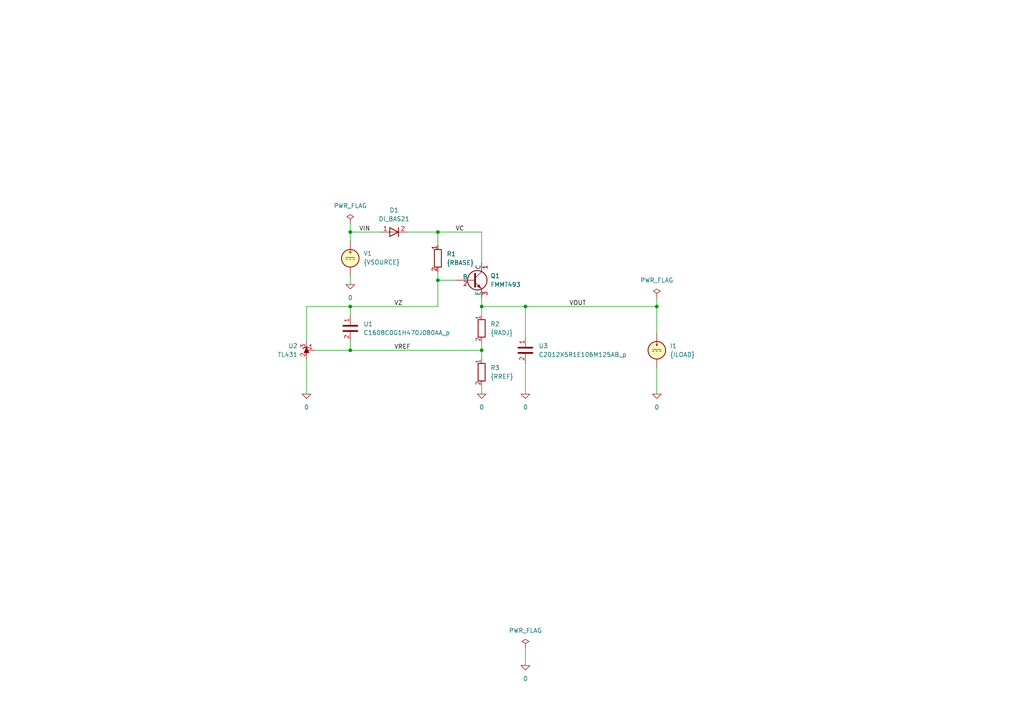
<source format=kicad_sch>
(kicad_sch
	(version 20231120)
	(generator "eeschema")
	(generator_version "8.0")
	(uuid "164e4445-7f04-4e93-b3ae-f664108bfb23")
	(paper "A4")
	(title_block
		(title "Series regulator for automotive applications")
		(date "2024-12-20")
		(rev "2")
		(company "astroelectronic@")
		(comment 1 "-")
		(comment 2 "-")
		(comment 3 "-")
		(comment 4 "AE01020431")
	)
	(lib_symbols
		(symbol "TL431:0"
			(power)
			(pin_names
				(offset 0)
			)
			(exclude_from_sim no)
			(in_bom yes)
			(on_board yes)
			(property "Reference" "#GND"
				(at 0 -2.54 0)
				(effects
					(font
						(size 1.27 1.27)
					)
					(hide yes)
				)
			)
			(property "Value" "0"
				(at 0 -1.778 0)
				(effects
					(font
						(size 1.27 1.27)
					)
				)
			)
			(property "Footprint" ""
				(at 0 0 0)
				(effects
					(font
						(size 1.27 1.27)
					)
					(hide yes)
				)
			)
			(property "Datasheet" "~"
				(at 0 0 0)
				(effects
					(font
						(size 1.27 1.27)
					)
					(hide yes)
				)
			)
			(property "Description" "0V reference potential for simulation"
				(at 0 0 0)
				(effects
					(font
						(size 1.27 1.27)
					)
					(hide yes)
				)
			)
			(property "ki_keywords" "simulation"
				(at 0 0 0)
				(effects
					(font
						(size 1.27 1.27)
					)
					(hide yes)
				)
			)
			(symbol "0_0_1"
				(polyline
					(pts
						(xy -1.27 0) (xy 0 -1.27) (xy 1.27 0) (xy -1.27 0)
					)
					(stroke
						(width 0)
						(type default)
					)
					(fill
						(type none)
					)
				)
			)
			(symbol "0_1_1"
				(pin power_in line
					(at 0 0 0)
					(length 0) hide
					(name "0"
						(effects
							(font
								(size 1.016 1.016)
							)
						)
					)
					(number "1"
						(effects
							(font
								(size 1.016 1.016)
							)
						)
					)
				)
			)
		)
		(symbol "TL431:C"
			(pin_names
				(offset 0.254) hide)
			(exclude_from_sim no)
			(in_bom yes)
			(on_board yes)
			(property "Reference" "C"
				(at 0.635 2.54 0)
				(effects
					(font
						(size 1.27 1.27)
					)
					(justify left)
				)
			)
			(property "Value" "C"
				(at 0.635 -2.54 0)
				(effects
					(font
						(size 1.27 1.27)
					)
					(justify left)
				)
			)
			(property "Footprint" ""
				(at 0.9652 -3.81 0)
				(effects
					(font
						(size 1.27 1.27)
					)
					(hide yes)
				)
			)
			(property "Datasheet" "~"
				(at 0 0 0)
				(effects
					(font
						(size 1.27 1.27)
					)
					(hide yes)
				)
			)
			(property "Description" "Unpolarized capacitor"
				(at 0 0 0)
				(effects
					(font
						(size 1.27 1.27)
					)
					(hide yes)
				)
			)
			(property "ki_keywords" "cap capacitor"
				(at 0 0 0)
				(effects
					(font
						(size 1.27 1.27)
					)
					(hide yes)
				)
			)
			(property "ki_fp_filters" "C_*"
				(at 0 0 0)
				(effects
					(font
						(size 1.27 1.27)
					)
					(hide yes)
				)
			)
			(symbol "C_0_1"
				(polyline
					(pts
						(xy -2.032 -0.762) (xy 2.032 -0.762)
					)
					(stroke
						(width 0.508)
						(type default)
					)
					(fill
						(type none)
					)
				)
				(polyline
					(pts
						(xy -2.032 0.762) (xy 2.032 0.762)
					)
					(stroke
						(width 0.508)
						(type default)
					)
					(fill
						(type none)
					)
				)
			)
			(symbol "C_1_1"
				(pin passive line
					(at 0 3.81 270)
					(length 2.794)
					(name "~"
						(effects
							(font
								(size 1.27 1.27)
							)
						)
					)
					(number "1"
						(effects
							(font
								(size 1.27 1.27)
							)
						)
					)
				)
				(pin passive line
					(at 0 -3.81 90)
					(length 2.794)
					(name "~"
						(effects
							(font
								(size 1.27 1.27)
							)
						)
					)
					(number "2"
						(effects
							(font
								(size 1.27 1.27)
							)
						)
					)
				)
			)
		)
		(symbol "TL431:DIODE"
			(pin_names
				(offset 1.016) hide)
			(exclude_from_sim no)
			(in_bom yes)
			(on_board yes)
			(property "Reference" "D"
				(at 0 2.54 0)
				(effects
					(font
						(size 1.27 1.27)
					)
				)
			)
			(property "Value" "${SIM.PARAMS}"
				(at 0 -2.54 0)
				(effects
					(font
						(size 1.27 1.27)
					)
				)
			)
			(property "Footprint" ""
				(at 0 0 0)
				(effects
					(font
						(size 1.27 1.27)
					)
					(hide yes)
				)
			)
			(property "Datasheet" "~"
				(at 0 0 0)
				(effects
					(font
						(size 1.27 1.27)
					)
					(hide yes)
				)
			)
			(property "Description" "Diode, anode on pin 1, for simulation only!"
				(at 0 0 0)
				(effects
					(font
						(size 1.27 1.27)
					)
					(hide yes)
				)
			)
			(property "Sim.Pins" "1=1 2=2"
				(at 0 0 0)
				(effects
					(font
						(size 1.27 1.27)
					)
					(hide yes)
				)
			)
			(property "Sim.Device" "SPICE"
				(at 0 0 0)
				(effects
					(font
						(size 1.27 1.27)
					)
					(justify left)
					(hide yes)
				)
			)
			(property "Sim.Params" "type=\"D\" model=\"DIODE\" lib=\"\""
				(at 0 0 0)
				(effects
					(font
						(size 1.27 1.27)
					)
					(hide yes)
				)
			)
			(property "Spice_Netlist_Enabled" "Y"
				(at 0 0 0)
				(effects
					(font
						(size 1.27 1.27)
					)
					(justify left)
					(hide yes)
				)
			)
			(property "ki_keywords" "simulation"
				(at 0 0 0)
				(effects
					(font
						(size 1.27 1.27)
					)
					(hide yes)
				)
			)
			(symbol "DIODE_0_1"
				(polyline
					(pts
						(xy 1.27 0) (xy -1.27 0)
					)
					(stroke
						(width 0)
						(type default)
					)
					(fill
						(type none)
					)
				)
				(polyline
					(pts
						(xy 1.27 1.27) (xy 1.27 -1.27)
					)
					(stroke
						(width 0.254)
						(type default)
					)
					(fill
						(type none)
					)
				)
				(polyline
					(pts
						(xy -1.27 -1.27) (xy -1.27 1.27) (xy 1.27 0) (xy -1.27 -1.27)
					)
					(stroke
						(width 0.254)
						(type default)
					)
					(fill
						(type none)
					)
				)
			)
			(symbol "DIODE_1_1"
				(pin passive line
					(at -3.81 0 0)
					(length 2.54)
					(name "A"
						(effects
							(font
								(size 1.27 1.27)
							)
						)
					)
					(number "1"
						(effects
							(font
								(size 1.27 1.27)
							)
						)
					)
				)
				(pin passive line
					(at 3.81 0 180)
					(length 2.54)
					(name "K"
						(effects
							(font
								(size 1.27 1.27)
							)
						)
					)
					(number "2"
						(effects
							(font
								(size 1.27 1.27)
							)
						)
					)
				)
			)
		)
		(symbol "TL431:IDC"
			(pin_numbers hide)
			(pin_names
				(offset 0.0254)
			)
			(exclude_from_sim no)
			(in_bom yes)
			(on_board yes)
			(property "Reference" "I"
				(at 2.54 2.54 0)
				(effects
					(font
						(size 1.27 1.27)
					)
					(justify left)
				)
			)
			(property "Value" "1"
				(at 2.54 0 0)
				(effects
					(font
						(size 1.27 1.27)
					)
					(justify left)
				)
			)
			(property "Footprint" ""
				(at 0 0 0)
				(effects
					(font
						(size 1.27 1.27)
					)
					(hide yes)
				)
			)
			(property "Datasheet" "~"
				(at 0 0 0)
				(effects
					(font
						(size 1.27 1.27)
					)
					(hide yes)
				)
			)
			(property "Description" "Current source, DC"
				(at 0 0 0)
				(effects
					(font
						(size 1.27 1.27)
					)
					(hide yes)
				)
			)
			(property "Sim.Pins" "1=+ 2=-"
				(at 0 0 0)
				(effects
					(font
						(size 1.27 1.27)
					)
					(hide yes)
				)
			)
			(property "Sim.Type" "DC"
				(at 0 0 0)
				(effects
					(font
						(size 1.27 1.27)
					)
					(hide yes)
				)
			)
			(property "Sim.Device" "I"
				(at 0 0 0)
				(effects
					(font
						(size 1.27 1.27)
					)
					(justify left)
					(hide yes)
				)
			)
			(property "Spice_Netlist_Enabled" "Y"
				(at 0 0 0)
				(effects
					(font
						(size 1.27 1.27)
					)
					(justify left)
					(hide yes)
				)
			)
			(property "ki_keywords" "simulation"
				(at 0 0 0)
				(effects
					(font
						(size 1.27 1.27)
					)
					(hide yes)
				)
			)
			(symbol "IDC_0_0"
				(polyline
					(pts
						(xy -1.27 0.254) (xy 1.27 0.254)
					)
					(stroke
						(width 0)
						(type default)
					)
					(fill
						(type none)
					)
				)
				(polyline
					(pts
						(xy -0.762 -0.254) (xy -1.27 -0.254)
					)
					(stroke
						(width 0)
						(type default)
					)
					(fill
						(type none)
					)
				)
				(polyline
					(pts
						(xy 0.254 -0.254) (xy -0.254 -0.254)
					)
					(stroke
						(width 0)
						(type default)
					)
					(fill
						(type none)
					)
				)
				(polyline
					(pts
						(xy 1.27 -0.254) (xy 0.762 -0.254)
					)
					(stroke
						(width 0)
						(type default)
					)
					(fill
						(type none)
					)
				)
			)
			(symbol "IDC_0_1"
				(polyline
					(pts
						(xy 0 1.27) (xy 0 2.286)
					)
					(stroke
						(width 0)
						(type default)
					)
					(fill
						(type none)
					)
				)
				(polyline
					(pts
						(xy -0.254 1.778) (xy 0 1.27) (xy 0.254 1.778)
					)
					(stroke
						(width 0)
						(type default)
					)
					(fill
						(type none)
					)
				)
				(circle
					(center 0 0)
					(radius 2.54)
					(stroke
						(width 0.254)
						(type default)
					)
					(fill
						(type background)
					)
				)
			)
			(symbol "IDC_1_1"
				(pin passive line
					(at 0 5.08 270)
					(length 2.54)
					(name "~"
						(effects
							(font
								(size 1.27 1.27)
							)
						)
					)
					(number "1"
						(effects
							(font
								(size 1.27 1.27)
							)
						)
					)
				)
				(pin passive line
					(at 0 -5.08 90)
					(length 2.54)
					(name "~"
						(effects
							(font
								(size 1.27 1.27)
							)
						)
					)
					(number "2"
						(effects
							(font
								(size 1.27 1.27)
							)
						)
					)
				)
			)
		)
		(symbol "TL431:PWR_FLAG"
			(power)
			(pin_numbers hide)
			(pin_names
				(offset 0) hide)
			(exclude_from_sim no)
			(in_bom yes)
			(on_board yes)
			(property "Reference" "#FLG"
				(at 0 1.905 0)
				(effects
					(font
						(size 1.27 1.27)
					)
					(hide yes)
				)
			)
			(property "Value" "PWR_FLAG"
				(at 0 3.81 0)
				(effects
					(font
						(size 1.27 1.27)
					)
				)
			)
			(property "Footprint" ""
				(at 0 0 0)
				(effects
					(font
						(size 1.27 1.27)
					)
					(hide yes)
				)
			)
			(property "Datasheet" "~"
				(at 0 0 0)
				(effects
					(font
						(size 1.27 1.27)
					)
					(hide yes)
				)
			)
			(property "Description" "Special symbol for telling ERC where power comes from"
				(at 0 0 0)
				(effects
					(font
						(size 1.27 1.27)
					)
					(hide yes)
				)
			)
			(property "ki_keywords" "flag power"
				(at 0 0 0)
				(effects
					(font
						(size 1.27 1.27)
					)
					(hide yes)
				)
			)
			(symbol "PWR_FLAG_0_0"
				(pin power_out line
					(at 0 0 90)
					(length 0)
					(name "pwr"
						(effects
							(font
								(size 1.27 1.27)
							)
						)
					)
					(number "1"
						(effects
							(font
								(size 1.27 1.27)
							)
						)
					)
				)
			)
			(symbol "PWR_FLAG_0_1"
				(polyline
					(pts
						(xy 0 0) (xy 0 1.27) (xy -1.016 1.905) (xy 0 2.54) (xy 1.016 1.905) (xy 0 1.27)
					)
					(stroke
						(width 0)
						(type default)
					)
					(fill
						(type none)
					)
				)
			)
		)
		(symbol "TL431:Q_NPN_CBE"
			(pin_names
				(offset 0)
			)
			(exclude_from_sim no)
			(in_bom yes)
			(on_board yes)
			(property "Reference" "Q"
				(at 5.08 1.27 0)
				(effects
					(font
						(size 1.27 1.27)
					)
					(justify left)
				)
			)
			(property "Value" "Q_NPN_CBE"
				(at 5.08 -1.27 0)
				(effects
					(font
						(size 1.27 1.27)
					)
					(justify left)
				)
			)
			(property "Footprint" ""
				(at 5.08 2.54 0)
				(effects
					(font
						(size 1.27 1.27)
					)
					(hide yes)
				)
			)
			(property "Datasheet" "~"
				(at 0 0 0)
				(effects
					(font
						(size 1.27 1.27)
					)
					(hide yes)
				)
			)
			(property "Description" "NPN transistor, collector/base/emitter"
				(at 0 0 0)
				(effects
					(font
						(size 1.27 1.27)
					)
					(hide yes)
				)
			)
			(property "ki_keywords" "transistor NPN"
				(at 0 0 0)
				(effects
					(font
						(size 1.27 1.27)
					)
					(hide yes)
				)
			)
			(symbol "Q_NPN_CBE_0_1"
				(polyline
					(pts
						(xy 0.635 0.635) (xy 2.54 2.54)
					)
					(stroke
						(width 0)
						(type default)
					)
					(fill
						(type none)
					)
				)
				(polyline
					(pts
						(xy 0.635 -0.635) (xy 2.54 -2.54) (xy 2.54 -2.54)
					)
					(stroke
						(width 0)
						(type default)
					)
					(fill
						(type none)
					)
				)
				(polyline
					(pts
						(xy 0.635 1.905) (xy 0.635 -1.905) (xy 0.635 -1.905)
					)
					(stroke
						(width 0.508)
						(type default)
					)
					(fill
						(type none)
					)
				)
				(polyline
					(pts
						(xy 1.27 -1.778) (xy 1.778 -1.27) (xy 2.286 -2.286) (xy 1.27 -1.778) (xy 1.27 -1.778)
					)
					(stroke
						(width 0)
						(type default)
					)
					(fill
						(type outline)
					)
				)
				(circle
					(center 1.27 0)
					(radius 2.8194)
					(stroke
						(width 0.254)
						(type default)
					)
					(fill
						(type none)
					)
				)
			)
			(symbol "Q_NPN_CBE_1_1"
				(pin passive line
					(at 2.54 5.08 270)
					(length 2.54)
					(name "C"
						(effects
							(font
								(size 1.27 1.27)
							)
						)
					)
					(number "1"
						(effects
							(font
								(size 1.27 1.27)
							)
						)
					)
				)
				(pin input line
					(at -5.08 0 0)
					(length 5.715)
					(name "B"
						(effects
							(font
								(size 1.27 1.27)
							)
						)
					)
					(number "2"
						(effects
							(font
								(size 1.27 1.27)
							)
						)
					)
				)
				(pin passive line
					(at 2.54 -5.08 90)
					(length 2.54)
					(name "E"
						(effects
							(font
								(size 1.27 1.27)
							)
						)
					)
					(number "3"
						(effects
							(font
								(size 1.27 1.27)
							)
						)
					)
				)
			)
		)
		(symbol "TL431:R"
			(pin_names
				(offset 0) hide)
			(exclude_from_sim no)
			(in_bom yes)
			(on_board yes)
			(property "Reference" "R"
				(at 2.032 0 90)
				(effects
					(font
						(size 1.27 1.27)
					)
				)
			)
			(property "Value" "R"
				(at 0 0 90)
				(effects
					(font
						(size 1.27 1.27)
					)
				)
			)
			(property "Footprint" ""
				(at -1.778 0 90)
				(effects
					(font
						(size 1.27 1.27)
					)
					(hide yes)
				)
			)
			(property "Datasheet" "~"
				(at 0 0 0)
				(effects
					(font
						(size 1.27 1.27)
					)
					(hide yes)
				)
			)
			(property "Description" "Resistor"
				(at 0 0 0)
				(effects
					(font
						(size 1.27 1.27)
					)
					(hide yes)
				)
			)
			(property "ki_keywords" "R res resistor"
				(at 0 0 0)
				(effects
					(font
						(size 1.27 1.27)
					)
					(hide yes)
				)
			)
			(property "ki_fp_filters" "R_*"
				(at 0 0 0)
				(effects
					(font
						(size 1.27 1.27)
					)
					(hide yes)
				)
			)
			(symbol "R_0_1"
				(rectangle
					(start -1.016 -2.54)
					(end 1.016 2.54)
					(stroke
						(width 0.254)
						(type default)
					)
					(fill
						(type none)
					)
				)
			)
			(symbol "R_1_1"
				(pin passive line
					(at 0 3.81 270)
					(length 1.27)
					(name "~"
						(effects
							(font
								(size 1.27 1.27)
							)
						)
					)
					(number "1"
						(effects
							(font
								(size 1.27 1.27)
							)
						)
					)
				)
				(pin passive line
					(at 0 -3.81 90)
					(length 1.27)
					(name "~"
						(effects
							(font
								(size 1.27 1.27)
							)
						)
					)
					(number "2"
						(effects
							(font
								(size 1.27 1.27)
							)
						)
					)
				)
			)
		)
		(symbol "TL431:TL431LP"
			(pin_names hide)
			(exclude_from_sim no)
			(in_bom yes)
			(on_board yes)
			(property "Reference" "U"
				(at -2.54 2.54 0)
				(effects
					(font
						(size 1.27 1.27)
					)
				)
			)
			(property "Value" "TL431LP"
				(at 0 -2.54 0)
				(effects
					(font
						(size 1.27 1.27)
					)
				)
			)
			(property "Footprint" "Package_TO_SOT_THT:TO-92_Inline"
				(at 0 -3.81 0)
				(effects
					(font
						(size 1.27 1.27)
						(italic yes)
					)
					(hide yes)
				)
			)
			(property "Datasheet" "http://www.ti.com/lit/ds/symlink/tl431.pdf"
				(at 0 0 0)
				(effects
					(font
						(size 1.27 1.27)
						(italic yes)
					)
					(hide yes)
				)
			)
			(property "Description" "Shunt Regulator, TO-92"
				(at 0 0 0)
				(effects
					(font
						(size 1.27 1.27)
					)
					(hide yes)
				)
			)
			(property "ki_keywords" "diode device regulator shunt"
				(at 0 0 0)
				(effects
					(font
						(size 1.27 1.27)
					)
					(hide yes)
				)
			)
			(property "ki_fp_filters" "TO*92*"
				(at 0 0 0)
				(effects
					(font
						(size 1.27 1.27)
					)
					(hide yes)
				)
			)
			(symbol "TL431LP_0_1"
				(polyline
					(pts
						(xy -1.27 0) (xy 0 0) (xy 1.27 0)
					)
					(stroke
						(width 0)
						(type default)
					)
					(fill
						(type none)
					)
				)
				(polyline
					(pts
						(xy -0.762 0.762) (xy 0.762 0) (xy -0.762 -0.762)
					)
					(stroke
						(width 0)
						(type default)
					)
					(fill
						(type outline)
					)
				)
				(polyline
					(pts
						(xy 0.508 -1.016) (xy 0.762 -0.762) (xy 0.762 0.762) (xy 0.762 0.762)
					)
					(stroke
						(width 0.254)
						(type default)
					)
					(fill
						(type none)
					)
				)
			)
			(symbol "TL431LP_1_1"
				(pin passive line
					(at 0 2.54 270)
					(length 2.54)
					(name "REF"
						(effects
							(font
								(size 1.27 1.27)
							)
						)
					)
					(number "1"
						(effects
							(font
								(size 1.27 1.27)
							)
						)
					)
				)
				(pin passive line
					(at -2.54 0 0)
					(length 2.54)
					(name "A"
						(effects
							(font
								(size 1.27 1.27)
							)
						)
					)
					(number "2"
						(effects
							(font
								(size 1.27 1.27)
							)
						)
					)
				)
				(pin passive line
					(at 2.54 0 180)
					(length 2.54)
					(name "K"
						(effects
							(font
								(size 1.27 1.27)
							)
						)
					)
					(number "3"
						(effects
							(font
								(size 1.27 1.27)
							)
						)
					)
				)
			)
		)
		(symbol "TL431:VDC"
			(pin_numbers hide)
			(pin_names
				(offset 0.0254)
			)
			(exclude_from_sim no)
			(in_bom yes)
			(on_board yes)
			(property "Reference" "V"
				(at 2.54 2.54 0)
				(effects
					(font
						(size 1.27 1.27)
					)
					(justify left)
				)
			)
			(property "Value" "1"
				(at 2.54 0 0)
				(effects
					(font
						(size 1.27 1.27)
					)
					(justify left)
				)
			)
			(property "Footprint" ""
				(at 0 0 0)
				(effects
					(font
						(size 1.27 1.27)
					)
					(hide yes)
				)
			)
			(property "Datasheet" "~"
				(at 0 0 0)
				(effects
					(font
						(size 1.27 1.27)
					)
					(hide yes)
				)
			)
			(property "Description" "Voltage source, DC"
				(at 0 0 0)
				(effects
					(font
						(size 1.27 1.27)
					)
					(hide yes)
				)
			)
			(property "Sim.Pins" "1=+ 2=-"
				(at 0 0 0)
				(effects
					(font
						(size 1.27 1.27)
					)
					(hide yes)
				)
			)
			(property "Sim.Type" "DC"
				(at 0 0 0)
				(effects
					(font
						(size 1.27 1.27)
					)
					(hide yes)
				)
			)
			(property "Sim.Device" "V"
				(at 0 0 0)
				(effects
					(font
						(size 1.27 1.27)
					)
					(justify left)
					(hide yes)
				)
			)
			(property "Spice_Netlist_Enabled" "Y"
				(at 0 0 0)
				(effects
					(font
						(size 1.27 1.27)
					)
					(justify left)
					(hide yes)
				)
			)
			(property "ki_keywords" "simulation"
				(at 0 0 0)
				(effects
					(font
						(size 1.27 1.27)
					)
					(hide yes)
				)
			)
			(symbol "VDC_0_0"
				(polyline
					(pts
						(xy -1.27 0.254) (xy 1.27 0.254)
					)
					(stroke
						(width 0)
						(type default)
					)
					(fill
						(type none)
					)
				)
				(polyline
					(pts
						(xy -0.762 -0.254) (xy -1.27 -0.254)
					)
					(stroke
						(width 0)
						(type default)
					)
					(fill
						(type none)
					)
				)
				(polyline
					(pts
						(xy 0.254 -0.254) (xy -0.254 -0.254)
					)
					(stroke
						(width 0)
						(type default)
					)
					(fill
						(type none)
					)
				)
				(polyline
					(pts
						(xy 1.27 -0.254) (xy 0.762 -0.254)
					)
					(stroke
						(width 0)
						(type default)
					)
					(fill
						(type none)
					)
				)
				(text "+"
					(at 0 1.905 0)
					(effects
						(font
							(size 1.27 1.27)
						)
					)
				)
			)
			(symbol "VDC_0_1"
				(circle
					(center 0 0)
					(radius 2.54)
					(stroke
						(width 0.254)
						(type default)
					)
					(fill
						(type background)
					)
				)
			)
			(symbol "VDC_1_1"
				(pin passive line
					(at 0 5.08 270)
					(length 2.54)
					(name "~"
						(effects
							(font
								(size 1.27 1.27)
							)
						)
					)
					(number "1"
						(effects
							(font
								(size 1.27 1.27)
							)
						)
					)
				)
				(pin passive line
					(at 0 -5.08 90)
					(length 2.54)
					(name "~"
						(effects
							(font
								(size 1.27 1.27)
							)
						)
					)
					(number "2"
						(effects
							(font
								(size 1.27 1.27)
							)
						)
					)
				)
			)
		)
	)
	(junction
		(at 101.6 88.9)
		(diameter 0)
		(color 0 0 0 0)
		(uuid "14bb5468-ac0d-4edf-93ef-ebb04bcb4bb3")
	)
	(junction
		(at 127 81.28)
		(diameter 0)
		(color 0 0 0 0)
		(uuid "2918abd9-50bb-4a92-82aa-11d8e5ee10f8")
	)
	(junction
		(at 101.6 67.31)
		(diameter 0)
		(color 0 0 0 0)
		(uuid "2a51d6fe-fc8b-4c8e-a0ca-39cba3ad1219")
	)
	(junction
		(at 139.7 101.6)
		(diameter 0)
		(color 0 0 0 0)
		(uuid "5d3120ed-fcad-4a9a-b9c8-4e3231933f05")
	)
	(junction
		(at 152.4 88.9)
		(diameter 0)
		(color 0 0 0 0)
		(uuid "6408f30a-1644-44d6-aa0a-96a03102669f")
	)
	(junction
		(at 127 67.31)
		(diameter 0)
		(color 0 0 0 0)
		(uuid "72af80dc-a203-471a-9c3a-f5f6f09f0b72")
	)
	(junction
		(at 101.6 101.6)
		(diameter 0)
		(color 0 0 0 0)
		(uuid "8b187cb3-96c8-4d45-b2f9-6b3d7cb92d3e")
	)
	(junction
		(at 139.7 88.9)
		(diameter 0)
		(color 0 0 0 0)
		(uuid "aeeca9c7-3d0c-4e64-9aa3-22c8c15dd7fc")
	)
	(junction
		(at 190.5 88.9)
		(diameter 0)
		(color 0 0 0 0)
		(uuid "e6c196aa-4dd7-43b6-9140-c31c206605e0")
	)
	(wire
		(pts
			(xy 139.7 101.6) (xy 139.7 104.14)
		)
		(stroke
			(width 0)
			(type default)
		)
		(uuid "0293ac64-cae8-4b4b-84fb-4e3c1cbd7cf1")
	)
	(wire
		(pts
			(xy 88.9 88.9) (xy 88.9 99.06)
		)
		(stroke
			(width 0)
			(type default)
		)
		(uuid "070fa487-e658-408e-ab3c-a85f2666bbc2")
	)
	(wire
		(pts
			(xy 152.4 187.96) (xy 152.4 193.04)
		)
		(stroke
			(width 0)
			(type default)
		)
		(uuid "0e69b1f2-ede0-42ec-aac7-3ae58f108ce9")
	)
	(wire
		(pts
			(xy 139.7 88.9) (xy 139.7 91.44)
		)
		(stroke
			(width 0)
			(type default)
		)
		(uuid "199c6375-10c6-4f11-bd45-09275425a156")
	)
	(wire
		(pts
			(xy 127 88.9) (xy 127 81.28)
		)
		(stroke
			(width 0)
			(type default)
		)
		(uuid "411123bf-9452-4627-8401-f9723da46092")
	)
	(wire
		(pts
			(xy 139.7 67.31) (xy 127 67.31)
		)
		(stroke
			(width 0)
			(type default)
		)
		(uuid "58db467c-66ed-4cc2-b9e7-2e1910bdb647")
	)
	(wire
		(pts
			(xy 139.7 86.36) (xy 139.7 88.9)
		)
		(stroke
			(width 0)
			(type default)
		)
		(uuid "5c055e4c-19be-44ea-ba96-fddab43dbc6c")
	)
	(wire
		(pts
			(xy 139.7 76.2) (xy 139.7 67.31)
		)
		(stroke
			(width 0)
			(type default)
		)
		(uuid "7f7e8258-e3d9-45ea-ae8d-337889ec1a64")
	)
	(wire
		(pts
			(xy 101.6 99.06) (xy 101.6 101.6)
		)
		(stroke
			(width 0)
			(type default)
		)
		(uuid "80f2ddc1-b3ea-4670-9718-c2c3a183a4d9")
	)
	(wire
		(pts
			(xy 101.6 88.9) (xy 88.9 88.9)
		)
		(stroke
			(width 0)
			(type default)
		)
		(uuid "8af81460-50c8-4cff-bccb-9ad34cdb4edb")
	)
	(wire
		(pts
			(xy 152.4 88.9) (xy 139.7 88.9)
		)
		(stroke
			(width 0)
			(type default)
		)
		(uuid "8ed92e88-6553-400a-8fbb-c30a54e622a5")
	)
	(wire
		(pts
			(xy 101.6 80.01) (xy 101.6 82.55)
		)
		(stroke
			(width 0)
			(type default)
		)
		(uuid "927bbb3d-743d-4e18-b333-da811d3f0024")
	)
	(wire
		(pts
			(xy 88.9 104.14) (xy 88.9 114.3)
		)
		(stroke
			(width 0)
			(type default)
		)
		(uuid "92e9d326-22a0-4643-9ec0-a3efae82b60f")
	)
	(wire
		(pts
			(xy 101.6 101.6) (xy 139.7 101.6)
		)
		(stroke
			(width 0)
			(type default)
		)
		(uuid "a42ffa1b-6186-4d65-84e6-abe4f2c1582e")
	)
	(wire
		(pts
			(xy 101.6 88.9) (xy 127 88.9)
		)
		(stroke
			(width 0)
			(type default)
		)
		(uuid "a891e758-c433-4fdc-9830-768665ccad41")
	)
	(wire
		(pts
			(xy 190.5 86.36) (xy 190.5 88.9)
		)
		(stroke
			(width 0)
			(type default)
		)
		(uuid "a9b627d0-582d-4664-bee3-4bdc76bfa4bb")
	)
	(wire
		(pts
			(xy 101.6 67.31) (xy 110.49 67.31)
		)
		(stroke
			(width 0)
			(type default)
		)
		(uuid "ad0e28ae-3857-4017-b514-f5b4fad1e1c5")
	)
	(wire
		(pts
			(xy 127 78.74) (xy 127 81.28)
		)
		(stroke
			(width 0)
			(type default)
		)
		(uuid "afe63eaf-bb8e-4558-9670-5e5c9f4902ea")
	)
	(wire
		(pts
			(xy 152.4 88.9) (xy 152.4 97.79)
		)
		(stroke
			(width 0)
			(type default)
		)
		(uuid "b204003f-8eb0-4e38-96ff-9b30eee0dcff")
	)
	(wire
		(pts
			(xy 139.7 99.06) (xy 139.7 101.6)
		)
		(stroke
			(width 0)
			(type default)
		)
		(uuid "b4d80ed8-b047-497f-bd34-3c64ad4c0262")
	)
	(wire
		(pts
			(xy 101.6 64.77) (xy 101.6 67.31)
		)
		(stroke
			(width 0)
			(type default)
		)
		(uuid "be6518d6-ec67-4e21-b53e-23e7174223ea")
	)
	(wire
		(pts
			(xy 127 71.12) (xy 127 67.31)
		)
		(stroke
			(width 0)
			(type default)
		)
		(uuid "bf6bd722-fb84-48af-9fd0-3e961eaa102a")
	)
	(wire
		(pts
			(xy 190.5 88.9) (xy 190.5 96.52)
		)
		(stroke
			(width 0)
			(type default)
		)
		(uuid "c6c7e383-ee1a-441d-8135-e176c1dd0c09")
	)
	(wire
		(pts
			(xy 152.4 88.9) (xy 190.5 88.9)
		)
		(stroke
			(width 0)
			(type default)
		)
		(uuid "c9c8c698-6511-4184-94c3-5a5f0e85b52b")
	)
	(wire
		(pts
			(xy 139.7 111.76) (xy 139.7 114.3)
		)
		(stroke
			(width 0)
			(type default)
		)
		(uuid "cd58a3e3-817a-450f-b637-8e75a7a9b19f")
	)
	(wire
		(pts
			(xy 127 67.31) (xy 118.11 67.31)
		)
		(stroke
			(width 0)
			(type default)
		)
		(uuid "cf177b2d-4694-45f9-aaa6-dba6f4bebfd6")
	)
	(wire
		(pts
			(xy 152.4 105.41) (xy 152.4 114.3)
		)
		(stroke
			(width 0)
			(type default)
		)
		(uuid "e4d79745-1943-4b11-a97b-dd0517693af7")
	)
	(wire
		(pts
			(xy 91.44 101.6) (xy 101.6 101.6)
		)
		(stroke
			(width 0)
			(type default)
		)
		(uuid "e5576662-ba4e-4228-87e1-45c60a9bcbee")
	)
	(wire
		(pts
			(xy 190.5 106.68) (xy 190.5 114.3)
		)
		(stroke
			(width 0)
			(type default)
		)
		(uuid "eb6a4e70-486a-4de7-af93-2c356656fc32")
	)
	(wire
		(pts
			(xy 101.6 67.31) (xy 101.6 69.85)
		)
		(stroke
			(width 0)
			(type default)
		)
		(uuid "ebef7819-3c6b-4c1f-9f06-7977dcc3f35c")
	)
	(wire
		(pts
			(xy 101.6 91.44) (xy 101.6 88.9)
		)
		(stroke
			(width 0)
			(type default)
		)
		(uuid "fdc0f7a4-7d94-41c8-a673-6942499a0c43")
	)
	(wire
		(pts
			(xy 127 81.28) (xy 132.08 81.28)
		)
		(stroke
			(width 0)
			(type default)
		)
		(uuid "ffc33b84-d8b9-475f-8cb7-b29df2db56c9")
	)
	(label "VOUT"
		(at 165.1 88.9 0)
		(fields_autoplaced yes)
		(effects
			(font
				(size 1.27 1.27)
			)
			(justify left bottom)
		)
		(uuid "06b800ee-9d6a-495c-a485-9dd447a714fb")
	)
	(label "VZ"
		(at 114.3 88.9 0)
		(fields_autoplaced yes)
		(effects
			(font
				(size 1.27 1.27)
			)
			(justify left bottom)
		)
		(uuid "1f00c9bd-4e05-40a0-b694-5a87fc633bc9")
	)
	(label "VC"
		(at 132.08 67.31 0)
		(fields_autoplaced yes)
		(effects
			(font
				(size 1.27 1.27)
			)
			(justify left bottom)
		)
		(uuid "3aa948f5-0bf9-4157-87fc-006e589be1bc")
	)
	(label "VREF"
		(at 114.3 101.6 0)
		(fields_autoplaced yes)
		(effects
			(font
				(size 1.27 1.27)
			)
			(justify left bottom)
		)
		(uuid "4cd571ff-ce21-4844-9067-b2e2a42ea8f9")
	)
	(label "VIN"
		(at 104.14 67.31 0)
		(fields_autoplaced yes)
		(effects
			(font
				(size 1.27 1.27)
			)
			(justify left bottom)
		)
		(uuid "fd568317-9fdd-4d96-8185-234d47c8c96f")
	)
	(symbol
		(lib_id "TL431:PWR_FLAG")
		(at 190.5 86.36 0)
		(unit 1)
		(exclude_from_sim no)
		(in_bom yes)
		(on_board yes)
		(dnp no)
		(fields_autoplaced yes)
		(uuid "1dc64b0d-2c99-4ebc-b421-1eb7da90c8ad")
		(property "Reference" "#FLG0102"
			(at 190.5 84.455 0)
			(effects
				(font
					(size 1.27 1.27)
				)
				(hide yes)
			)
		)
		(property "Value" "PWR_FLAG"
			(at 190.5 81.28 0)
			(effects
				(font
					(size 1.27 1.27)
				)
			)
		)
		(property "Footprint" ""
			(at 190.5 86.36 0)
			(effects
				(font
					(size 1.27 1.27)
				)
				(hide yes)
			)
		)
		(property "Datasheet" "~"
			(at 190.5 86.36 0)
			(effects
				(font
					(size 1.27 1.27)
				)
				(hide yes)
			)
		)
		(property "Description" ""
			(at 190.5 86.36 0)
			(effects
				(font
					(size 1.27 1.27)
				)
				(hide yes)
			)
		)
		(pin "1"
			(uuid "dc159587-4e07-4de6-b361-306b04d158fa")
		)
		(instances
			(project "TL431_auto"
				(path "/164e4445-7f04-4e93-b3ae-f664108bfb23"
					(reference "#FLG0102")
					(unit 1)
				)
			)
		)
	)
	(symbol
		(lib_id "TL431:TL431LP")
		(at 88.9 101.6 270)
		(mirror x)
		(unit 1)
		(exclude_from_sim no)
		(in_bom yes)
		(on_board yes)
		(dnp no)
		(fields_autoplaced yes)
		(uuid "21669500-8e11-47bd-ab6e-cc3c14d14599")
		(property "Reference" "U2"
			(at 86.36 100.3299 90)
			(effects
				(font
					(size 1.27 1.27)
				)
				(justify right)
			)
		)
		(property "Value" "TL431"
			(at 86.36 102.8699 90)
			(effects
				(font
					(size 1.27 1.27)
				)
				(justify right)
			)
		)
		(property "Footprint" ""
			(at 85.09 101.6 0)
			(effects
				(font
					(size 1.27 1.27)
					(italic yes)
				)
				(hide yes)
			)
		)
		(property "Datasheet" "~"
			(at 88.9 101.6 0)
			(effects
				(font
					(size 1.27 1.27)
					(italic yes)
				)
				(hide yes)
			)
		)
		(property "Description" ""
			(at 88.9 101.6 0)
			(effects
				(font
					(size 1.27 1.27)
				)
				(hide yes)
			)
		)
		(property "Sim.Library" "C:\\AE\\TL431\\_models\\tl431.mod"
			(at 88.9 101.6 0)
			(effects
				(font
					(size 1.27 1.27)
				)
				(hide yes)
			)
		)
		(property "Sim.Name" "TL431"
			(at 88.9 101.6 0)
			(effects
				(font
					(size 1.27 1.27)
				)
				(hide yes)
			)
		)
		(property "Sim.Device" "SUBCKT"
			(at 88.9 101.6 0)
			(effects
				(font
					(size 1.27 1.27)
				)
				(hide yes)
			)
		)
		(property "Sim.Pins" "1=1 2=2 3=3"
			(at 88.9 101.6 0)
			(effects
				(font
					(size 1.27 1.27)
				)
				(hide yes)
			)
		)
		(pin "1"
			(uuid "cbee38ed-7b09-4627-b022-77572e290124")
		)
		(pin "2"
			(uuid "2cce5c3e-a7d8-49ae-8206-0c2ee6c22a09")
		)
		(pin "3"
			(uuid "96fcf89f-521d-4613-848f-558d11b1d247")
		)
		(instances
			(project "TL431_auto"
				(path "/164e4445-7f04-4e93-b3ae-f664108bfb23"
					(reference "U2")
					(unit 1)
				)
			)
		)
	)
	(symbol
		(lib_name "TL431:VDC")
		(lib_id "TL431:VDC")
		(at 101.6 74.93 0)
		(unit 1)
		(exclude_from_sim no)
		(in_bom yes)
		(on_board yes)
		(dnp no)
		(fields_autoplaced yes)
		(uuid "2da496b8-c1d9-4486-8483-568ceb35bc64")
		(property "Reference" "V1"
			(at 105.41 73.5301 0)
			(effects
				(font
					(size 1.27 1.27)
				)
				(justify left)
			)
		)
		(property "Value" "{VSOURCE}"
			(at 105.41 76.0701 0)
			(effects
				(font
					(size 1.27 1.27)
				)
				(justify left)
			)
		)
		(property "Footprint" ""
			(at 101.6 74.93 0)
			(effects
				(font
					(size 1.27 1.27)
				)
				(hide yes)
			)
		)
		(property "Datasheet" "~"
			(at 101.6 74.93 0)
			(effects
				(font
					(size 1.27 1.27)
				)
				(hide yes)
			)
		)
		(property "Description" ""
			(at 101.6 74.93 0)
			(effects
				(font
					(size 1.27 1.27)
				)
				(hide yes)
			)
		)
		(property "Sim.Device" "SPICE"
			(at 101.6 74.93 0)
			(effects
				(font
					(size 1.27 1.27)
				)
				(justify left)
				(hide yes)
			)
		)
		(property "Sim.Params" "type=\"V\" model=\"{VSOURCE}\" lib=\"\""
			(at 0 0 0)
			(effects
				(font
					(size 1.27 1.27)
				)
				(hide yes)
			)
		)
		(property "Sim.Pins" "1=1 2=2"
			(at 0 0 0)
			(effects
				(font
					(size 1.27 1.27)
				)
				(hide yes)
			)
		)
		(pin "1"
			(uuid "ae6e5708-d4a7-4f44-9185-bcaf7e384e01")
		)
		(pin "2"
			(uuid "d53cfce8-c755-43be-bbf4-61f0152565f1")
		)
		(instances
			(project "TL431_auto"
				(path "/164e4445-7f04-4e93-b3ae-f664108bfb23"
					(reference "V1")
					(unit 1)
				)
			)
		)
	)
	(symbol
		(lib_id "TL431:0")
		(at 139.7 114.3 0)
		(unit 1)
		(exclude_from_sim no)
		(in_bom yes)
		(on_board yes)
		(dnp no)
		(fields_autoplaced yes)
		(uuid "308e4f62-159b-418b-b140-331d97f1ff7a")
		(property "Reference" "#GND0105"
			(at 139.7 116.84 0)
			(effects
				(font
					(size 1.27 1.27)
				)
				(hide yes)
			)
		)
		(property "Value" "0"
			(at 139.7 118.11 0)
			(effects
				(font
					(size 1.27 1.27)
				)
			)
		)
		(property "Footprint" ""
			(at 139.7 114.3 0)
			(effects
				(font
					(size 1.27 1.27)
				)
				(hide yes)
			)
		)
		(property "Datasheet" "~"
			(at 139.7 114.3 0)
			(effects
				(font
					(size 1.27 1.27)
				)
				(hide yes)
			)
		)
		(property "Description" ""
			(at 139.7 114.3 0)
			(effects
				(font
					(size 1.27 1.27)
				)
				(hide yes)
			)
		)
		(pin "1"
			(uuid "656ac803-c800-4263-8d92-1f035f12f391")
		)
		(instances
			(project "TL431_auto"
				(path "/164e4445-7f04-4e93-b3ae-f664108bfb23"
					(reference "#GND0105")
					(unit 1)
				)
			)
		)
	)
	(symbol
		(lib_id "TL431:0")
		(at 101.6 82.55 0)
		(unit 1)
		(exclude_from_sim no)
		(in_bom yes)
		(on_board yes)
		(dnp no)
		(fields_autoplaced yes)
		(uuid "47412169-306d-43ed-83da-798d7e854881")
		(property "Reference" "#GND0101"
			(at 101.6 85.09 0)
			(effects
				(font
					(size 1.27 1.27)
				)
				(hide yes)
			)
		)
		(property "Value" "0"
			(at 101.6 86.36 0)
			(effects
				(font
					(size 1.27 1.27)
				)
			)
		)
		(property "Footprint" ""
			(at 101.6 82.55 0)
			(effects
				(font
					(size 1.27 1.27)
				)
				(hide yes)
			)
		)
		(property "Datasheet" "~"
			(at 101.6 82.55 0)
			(effects
				(font
					(size 1.27 1.27)
				)
				(hide yes)
			)
		)
		(property "Description" ""
			(at 101.6 82.55 0)
			(effects
				(font
					(size 1.27 1.27)
				)
				(hide yes)
			)
		)
		(pin "1"
			(uuid "58f3976c-8bfd-487f-bd9b-ef95f4e0a86d")
		)
		(instances
			(project "TL431_auto"
				(path "/164e4445-7f04-4e93-b3ae-f664108bfb23"
					(reference "#GND0101")
					(unit 1)
				)
			)
		)
	)
	(symbol
		(lib_id "TL431:R")
		(at 139.7 95.25 0)
		(unit 1)
		(exclude_from_sim no)
		(in_bom yes)
		(on_board yes)
		(dnp no)
		(fields_autoplaced yes)
		(uuid "4eae620c-8c4b-4451-a9a0-8af958a5c870")
		(property "Reference" "R2"
			(at 142.24 93.9799 0)
			(effects
				(font
					(size 1.27 1.27)
				)
				(justify left)
			)
		)
		(property "Value" "{RADJ}"
			(at 142.24 96.5199 0)
			(effects
				(font
					(size 1.27 1.27)
				)
				(justify left)
			)
		)
		(property "Footprint" ""
			(at 137.922 95.25 90)
			(effects
				(font
					(size 1.27 1.27)
				)
				(hide yes)
			)
		)
		(property "Datasheet" "~"
			(at 139.7 95.25 0)
			(effects
				(font
					(size 1.27 1.27)
				)
				(hide yes)
			)
		)
		(property "Description" ""
			(at 139.7 95.25 0)
			(effects
				(font
					(size 1.27 1.27)
				)
				(hide yes)
			)
		)
		(pin "1"
			(uuid "58128f48-70cd-4f12-a537-c5fa59f81780")
		)
		(pin "2"
			(uuid "f0f168b4-c3a8-4197-a823-4b46ef03dc7c")
		)
		(instances
			(project "TL431_auto"
				(path "/164e4445-7f04-4e93-b3ae-f664108bfb23"
					(reference "R2")
					(unit 1)
				)
			)
		)
	)
	(symbol
		(lib_id "TL431:PWR_FLAG")
		(at 152.4 187.96 0)
		(unit 1)
		(exclude_from_sim no)
		(in_bom yes)
		(on_board yes)
		(dnp no)
		(fields_autoplaced yes)
		(uuid "694a1115-f7af-49d4-8f4c-8631f34d3eeb")
		(property "Reference" "#FLG0103"
			(at 152.4 186.055 0)
			(effects
				(font
					(size 1.27 1.27)
				)
				(hide yes)
			)
		)
		(property "Value" "PWR_FLAG"
			(at 152.4 182.88 0)
			(effects
				(font
					(size 1.27 1.27)
				)
			)
		)
		(property "Footprint" ""
			(at 152.4 187.96 0)
			(effects
				(font
					(size 1.27 1.27)
				)
				(hide yes)
			)
		)
		(property "Datasheet" "~"
			(at 152.4 187.96 0)
			(effects
				(font
					(size 1.27 1.27)
				)
				(hide yes)
			)
		)
		(property "Description" ""
			(at 152.4 187.96 0)
			(effects
				(font
					(size 1.27 1.27)
				)
				(hide yes)
			)
		)
		(pin "1"
			(uuid "1992a064-c318-451e-bf19-da8cbfdf32c7")
		)
		(instances
			(project "TL431_auto"
				(path "/164e4445-7f04-4e93-b3ae-f664108bfb23"
					(reference "#FLG0103")
					(unit 1)
				)
			)
		)
	)
	(symbol
		(lib_id "TL431:C")
		(at 101.6 95.25 0)
		(unit 1)
		(exclude_from_sim no)
		(in_bom yes)
		(on_board yes)
		(dnp no)
		(fields_autoplaced yes)
		(uuid "6c97b92c-4735-4787-b453-5f9df750b61e")
		(property "Reference" "U1"
			(at 105.41 93.9799 0)
			(effects
				(font
					(size 1.27 1.27)
				)
				(justify left)
			)
		)
		(property "Value" "C1608C0G1H470J080AA_p"
			(at 105.41 96.5199 0)
			(effects
				(font
					(size 1.27 1.27)
				)
				(justify left)
			)
		)
		(property "Footprint" ""
			(at 102.5652 99.06 0)
			(effects
				(font
					(size 1.27 1.27)
				)
				(hide yes)
			)
		)
		(property "Datasheet" "~"
			(at 101.6 95.25 0)
			(effects
				(font
					(size 1.27 1.27)
				)
				(hide yes)
			)
		)
		(property "Description" ""
			(at 101.6 95.25 0)
			(effects
				(font
					(size 1.27 1.27)
				)
				(hide yes)
			)
		)
		(property "Sim.Device" "SUBCKT"
			(at 101.6 95.25 0)
			(effects
				(font
					(size 1.27 1.27)
				)
				(hide yes)
			)
		)
		(property "Sim.Pins" "1=n1 2=n2"
			(at 0 0 0)
			(effects
				(font
					(size 1.27 1.27)
				)
				(hide yes)
			)
		)
		(property "Sim.Library" "C:\\AE\\TL431\\_models\\C1608C0G1H470J080AA_p.mod"
			(at 101.6 95.25 0)
			(effects
				(font
					(size 1.27 1.27)
				)
				(hide yes)
			)
		)
		(property "Sim.Name" "C1608C0G1H470J080AA_p"
			(at 101.6 95.25 0)
			(effects
				(font
					(size 1.27 1.27)
				)
				(hide yes)
			)
		)
		(pin "1"
			(uuid "a1d1c91a-b769-471d-ac7a-f9c2c5376c2c")
		)
		(pin "2"
			(uuid "b0a28f76-42e9-4ddb-b779-14f377da5eb9")
		)
		(instances
			(project "TL431_auto"
				(path "/164e4445-7f04-4e93-b3ae-f664108bfb23"
					(reference "U1")
					(unit 1)
				)
			)
		)
	)
	(symbol
		(lib_id "TL431:0")
		(at 88.9 114.3 0)
		(unit 1)
		(exclude_from_sim no)
		(in_bom yes)
		(on_board yes)
		(dnp no)
		(fields_autoplaced yes)
		(uuid "7306e826-673e-4beb-868f-427064f9de02")
		(property "Reference" "#GND0102"
			(at 88.9 116.84 0)
			(effects
				(font
					(size 1.27 1.27)
				)
				(hide yes)
			)
		)
		(property "Value" "0"
			(at 88.9 118.11 0)
			(effects
				(font
					(size 1.27 1.27)
				)
			)
		)
		(property "Footprint" ""
			(at 88.9 114.3 0)
			(effects
				(font
					(size 1.27 1.27)
				)
				(hide yes)
			)
		)
		(property "Datasheet" "~"
			(at 88.9 114.3 0)
			(effects
				(font
					(size 1.27 1.27)
				)
				(hide yes)
			)
		)
		(property "Description" ""
			(at 88.9 114.3 0)
			(effects
				(font
					(size 1.27 1.27)
				)
				(hide yes)
			)
		)
		(pin "1"
			(uuid "578afa1c-5f3d-4f1b-a343-40c48d56584d")
		)
		(instances
			(project "TL431_auto"
				(path "/164e4445-7f04-4e93-b3ae-f664108bfb23"
					(reference "#GND0102")
					(unit 1)
				)
			)
		)
	)
	(symbol
		(lib_id "TL431:0")
		(at 152.4 193.04 0)
		(unit 1)
		(exclude_from_sim no)
		(in_bom yes)
		(on_board yes)
		(dnp no)
		(fields_autoplaced yes)
		(uuid "7d31f7be-1e7d-4e45-adc8-c26d04abd0a8")
		(property "Reference" "#GND0106"
			(at 152.4 195.58 0)
			(effects
				(font
					(size 1.27 1.27)
				)
				(hide yes)
			)
		)
		(property "Value" "0"
			(at 152.4 196.85 0)
			(effects
				(font
					(size 1.27 1.27)
				)
			)
		)
		(property "Footprint" ""
			(at 152.4 193.04 0)
			(effects
				(font
					(size 1.27 1.27)
				)
				(hide yes)
			)
		)
		(property "Datasheet" "~"
			(at 152.4 193.04 0)
			(effects
				(font
					(size 1.27 1.27)
				)
				(hide yes)
			)
		)
		(property "Description" ""
			(at 152.4 193.04 0)
			(effects
				(font
					(size 1.27 1.27)
				)
				(hide yes)
			)
		)
		(pin "1"
			(uuid "572df320-6551-473c-a2ba-3542b5ad52c0")
		)
		(instances
			(project "TL431_auto"
				(path "/164e4445-7f04-4e93-b3ae-f664108bfb23"
					(reference "#GND0106")
					(unit 1)
				)
			)
		)
	)
	(symbol
		(lib_id "TL431:Q_NPN_CBE")
		(at 137.16 81.28 0)
		(unit 1)
		(exclude_from_sim no)
		(in_bom yes)
		(on_board yes)
		(dnp no)
		(fields_autoplaced yes)
		(uuid "83dbe801-3980-411d-abc1-5201ee1710ea")
		(property "Reference" "Q1"
			(at 142.24 80.0099 0)
			(effects
				(font
					(size 1.27 1.27)
				)
				(justify left)
			)
		)
		(property "Value" "FMMT493"
			(at 142.24 82.5499 0)
			(effects
				(font
					(size 1.27 1.27)
				)
				(justify left)
			)
		)
		(property "Footprint" ""
			(at 142.24 78.74 0)
			(effects
				(font
					(size 1.27 1.27)
				)
				(hide yes)
			)
		)
		(property "Datasheet" "~"
			(at 137.16 81.28 0)
			(effects
				(font
					(size 1.27 1.27)
				)
				(hide yes)
			)
		)
		(property "Description" ""
			(at 137.16 81.28 0)
			(effects
				(font
					(size 1.27 1.27)
				)
				(hide yes)
			)
		)
		(property "Sim.Device" "NPN"
			(at 137.16 81.28 0)
			(effects
				(font
					(size 1.27 1.27)
				)
				(hide yes)
			)
		)
		(property "Sim.Pins" "1=C 2=B 3=E"
			(at 0 0 0)
			(effects
				(font
					(size 1.27 1.27)
				)
				(hide yes)
			)
		)
		(property "Sim.Library" "C:\\AE\\TL431\\_models\\FMMT493.spice.txt"
			(at 137.16 81.28 0)
			(effects
				(font
					(size 1.27 1.27)
				)
				(hide yes)
			)
		)
		(property "Sim.Name" "FMMT493"
			(at 137.16 81.28 0)
			(effects
				(font
					(size 1.27 1.27)
				)
				(hide yes)
			)
		)
		(property "Sim.Type" "GUMMELPOON"
			(at 137.16 81.28 0)
			(effects
				(font
					(size 1.27 1.27)
				)
				(hide yes)
			)
		)
		(pin "1"
			(uuid "ebb16911-dbde-4924-b64e-244c3c08f0ba")
		)
		(pin "2"
			(uuid "042fefba-7993-41c8-92d6-9a12fb339f73")
		)
		(pin "3"
			(uuid "f1bbb365-54e8-4d6a-996f-aaa52b854d96")
		)
		(instances
			(project "TL431_auto"
				(path "/164e4445-7f04-4e93-b3ae-f664108bfb23"
					(reference "Q1")
					(unit 1)
				)
			)
		)
	)
	(symbol
		(lib_id "TL431:PWR_FLAG")
		(at 101.6 64.77 0)
		(unit 1)
		(exclude_from_sim no)
		(in_bom yes)
		(on_board yes)
		(dnp no)
		(fields_autoplaced yes)
		(uuid "8ddd2ffb-d659-4089-b1e2-61979b95d955")
		(property "Reference" "#FLG0101"
			(at 101.6 62.865 0)
			(effects
				(font
					(size 1.27 1.27)
				)
				(hide yes)
			)
		)
		(property "Value" "PWR_FLAG"
			(at 101.6 59.69 0)
			(effects
				(font
					(size 1.27 1.27)
				)
			)
		)
		(property "Footprint" ""
			(at 101.6 64.77 0)
			(effects
				(font
					(size 1.27 1.27)
				)
				(hide yes)
			)
		)
		(property "Datasheet" "~"
			(at 101.6 64.77 0)
			(effects
				(font
					(size 1.27 1.27)
				)
				(hide yes)
			)
		)
		(property "Description" ""
			(at 101.6 64.77 0)
			(effects
				(font
					(size 1.27 1.27)
				)
				(hide yes)
			)
		)
		(pin "1"
			(uuid "26879282-8ad2-452e-80d6-16cf56638fcc")
		)
		(instances
			(project "TL431_auto"
				(path "/164e4445-7f04-4e93-b3ae-f664108bfb23"
					(reference "#FLG0101")
					(unit 1)
				)
			)
		)
	)
	(symbol
		(lib_id "TL431:R")
		(at 127 74.93 0)
		(unit 1)
		(exclude_from_sim no)
		(in_bom yes)
		(on_board yes)
		(dnp no)
		(fields_autoplaced yes)
		(uuid "9e1b14a5-66ad-4cf0-90d0-744f4295cf11")
		(property "Reference" "R1"
			(at 129.54 73.6599 0)
			(effects
				(font
					(size 1.27 1.27)
				)
				(justify left)
			)
		)
		(property "Value" "{RBASE}"
			(at 129.54 76.1999 0)
			(effects
				(font
					(size 1.27 1.27)
				)
				(justify left)
			)
		)
		(property "Footprint" ""
			(at 125.222 74.93 90)
			(effects
				(font
					(size 1.27 1.27)
				)
				(hide yes)
			)
		)
		(property "Datasheet" "~"
			(at 127 74.93 0)
			(effects
				(font
					(size 1.27 1.27)
				)
				(hide yes)
			)
		)
		(property "Description" ""
			(at 127 74.93 0)
			(effects
				(font
					(size 1.27 1.27)
				)
				(hide yes)
			)
		)
		(pin "1"
			(uuid "f475f840-4d16-49aa-bf48-12255d1691a5")
		)
		(pin "2"
			(uuid "11a429d8-7d72-4455-a23d-c7a2574a9d24")
		)
		(instances
			(project "TL431_auto"
				(path "/164e4445-7f04-4e93-b3ae-f664108bfb23"
					(reference "R1")
					(unit 1)
				)
			)
		)
	)
	(symbol
		(lib_id "TL431:C")
		(at 152.4 101.6 0)
		(unit 1)
		(exclude_from_sim no)
		(in_bom yes)
		(on_board yes)
		(dnp no)
		(fields_autoplaced yes)
		(uuid "c9d3892f-693b-4963-985a-190c392f4b76")
		(property "Reference" "U3"
			(at 156.21 100.3299 0)
			(effects
				(font
					(size 1.27 1.27)
				)
				(justify left)
			)
		)
		(property "Value" "C2012X5R1E106M125AB_p"
			(at 156.21 102.8699 0)
			(effects
				(font
					(size 1.27 1.27)
				)
				(justify left)
			)
		)
		(property "Footprint" ""
			(at 153.3652 105.41 0)
			(effects
				(font
					(size 1.27 1.27)
				)
				(hide yes)
			)
		)
		(property "Datasheet" "~"
			(at 152.4 101.6 0)
			(effects
				(font
					(size 1.27 1.27)
				)
				(hide yes)
			)
		)
		(property "Description" ""
			(at 152.4 101.6 0)
			(effects
				(font
					(size 1.27 1.27)
				)
				(hide yes)
			)
		)
		(property "Sim.Device" "SUBCKT"
			(at 152.4 101.6 0)
			(effects
				(font
					(size 1.27 1.27)
				)
				(hide yes)
			)
		)
		(property "Sim.Pins" "1=n1 2=n2"
			(at 0 0 0)
			(effects
				(font
					(size 1.27 1.27)
				)
				(hide yes)
			)
		)
		(property "Sim.Library" "C:\\AE\\TL431\\_models\\C2012X5R1E106M125AB_p.mod"
			(at 152.4 101.6 0)
			(effects
				(font
					(size 1.27 1.27)
				)
				(hide yes)
			)
		)
		(property "Sim.Name" "C2012X5R1E106M125AB_p"
			(at 152.4 101.6 0)
			(effects
				(font
					(size 1.27 1.27)
				)
				(hide yes)
			)
		)
		(pin "1"
			(uuid "0da66d13-6823-4c0f-ada8-fc104a78dcab")
		)
		(pin "2"
			(uuid "e8427e8c-defd-4bb2-b827-272bf70866ae")
		)
		(instances
			(project "TL431_auto"
				(path "/164e4445-7f04-4e93-b3ae-f664108bfb23"
					(reference "U3")
					(unit 1)
				)
			)
		)
	)
	(symbol
		(lib_id "TL431:R")
		(at 139.7 107.95 0)
		(unit 1)
		(exclude_from_sim no)
		(in_bom yes)
		(on_board yes)
		(dnp no)
		(fields_autoplaced yes)
		(uuid "d0086a7c-d934-4645-ac81-f4a0cb1dcfd1")
		(property "Reference" "R3"
			(at 142.24 106.6799 0)
			(effects
				(font
					(size 1.27 1.27)
				)
				(justify left)
			)
		)
		(property "Value" "{RREF}"
			(at 142.24 109.2199 0)
			(effects
				(font
					(size 1.27 1.27)
				)
				(justify left)
			)
		)
		(property "Footprint" ""
			(at 137.922 107.95 90)
			(effects
				(font
					(size 1.27 1.27)
				)
				(hide yes)
			)
		)
		(property "Datasheet" "~"
			(at 139.7 107.95 0)
			(effects
				(font
					(size 1.27 1.27)
				)
				(hide yes)
			)
		)
		(property "Description" ""
			(at 139.7 107.95 0)
			(effects
				(font
					(size 1.27 1.27)
				)
				(hide yes)
			)
		)
		(pin "1"
			(uuid "44b6b2b1-9e8e-4434-a84c-f11d9e1d653d")
		)
		(pin "2"
			(uuid "a8edb174-600f-460f-80ea-1c046c515f41")
		)
		(instances
			(project "TL431_auto"
				(path "/164e4445-7f04-4e93-b3ae-f664108bfb23"
					(reference "R3")
					(unit 1)
				)
			)
		)
	)
	(symbol
		(lib_id "TL431:0")
		(at 190.5 114.3 0)
		(unit 1)
		(exclude_from_sim no)
		(in_bom yes)
		(on_board yes)
		(dnp no)
		(fields_autoplaced yes)
		(uuid "d5fe387d-6554-4136-b05e-530ecf1aefa5")
		(property "Reference" "#GND0103"
			(at 190.5 116.84 0)
			(effects
				(font
					(size 1.27 1.27)
				)
				(hide yes)
			)
		)
		(property "Value" "0"
			(at 190.5 118.11 0)
			(effects
				(font
					(size 1.27 1.27)
				)
			)
		)
		(property "Footprint" ""
			(at 190.5 114.3 0)
			(effects
				(font
					(size 1.27 1.27)
				)
				(hide yes)
			)
		)
		(property "Datasheet" "~"
			(at 190.5 114.3 0)
			(effects
				(font
					(size 1.27 1.27)
				)
				(hide yes)
			)
		)
		(property "Description" ""
			(at 190.5 114.3 0)
			(effects
				(font
					(size 1.27 1.27)
				)
				(hide yes)
			)
		)
		(pin "1"
			(uuid "538906b1-89b8-4f9e-b900-c5eb0dfcf185")
		)
		(instances
			(project "TL431_auto"
				(path "/164e4445-7f04-4e93-b3ae-f664108bfb23"
					(reference "#GND0103")
					(unit 1)
				)
			)
		)
	)
	(symbol
		(lib_id "TL431:IDC")
		(at 190.5 101.6 0)
		(unit 1)
		(exclude_from_sim no)
		(in_bom yes)
		(on_board yes)
		(dnp no)
		(uuid "da737e2a-db0c-4ff1-ba9c-b244cf455f86")
		(property "Reference" "I1"
			(at 194.31 100.3299 0)
			(effects
				(font
					(size 1.27 1.27)
				)
				(justify left)
			)
		)
		(property "Value" "{ILOAD}"
			(at 194.31 102.8699 0)
			(effects
				(font
					(size 1.27 1.27)
				)
				(justify left)
			)
		)
		(property "Footprint" ""
			(at 190.5 101.6 0)
			(effects
				(font
					(size 1.27 1.27)
				)
				(hide yes)
			)
		)
		(property "Datasheet" "~"
			(at 190.5 101.6 0)
			(effects
				(font
					(size 1.27 1.27)
				)
				(hide yes)
			)
		)
		(property "Description" ""
			(at 190.5 101.6 0)
			(effects
				(font
					(size 1.27 1.27)
				)
				(hide yes)
			)
		)
		(property "Sim.Pins" "1=1 2=2"
			(at 190.5 101.6 0)
			(effects
				(font
					(size 1.27 1.27)
				)
				(hide yes)
			)
		)
		(property "Sim.Type" ""
			(at 190.5 101.6 0)
			(effects
				(font
					(size 1.27 1.27)
				)
				(hide yes)
			)
		)
		(property "Sim.Device" "SPICE"
			(at 190.5 101.6 0)
			(effects
				(font
					(size 1.27 1.27)
				)
				(justify left)
				(hide yes)
			)
		)
		(property "Spice_Netlist_Enabled" ""
			(at 190.5 101.6 0)
			(effects
				(font
					(size 1.27 1.27)
				)
				(justify left)
				(hide yes)
			)
		)
		(property "Sim.Params" "type=\"I\" model=\"{ILOAD}\" lib=\"\""
			(at 190.5 101.6 0)
			(effects
				(font
					(size 1.27 1.27)
				)
				(hide yes)
			)
		)
		(pin "1"
			(uuid "675bbcdc-e962-44bd-84a6-64c3a362f929")
		)
		(pin "2"
			(uuid "821c2d5f-0151-49c1-a1b7-14e08bf953d9")
		)
		(instances
			(project "TL431_auto"
				(path "/164e4445-7f04-4e93-b3ae-f664108bfb23"
					(reference "I1")
					(unit 1)
				)
			)
		)
	)
	(symbol
		(lib_id "TL431:0")
		(at 152.4 114.3 0)
		(unit 1)
		(exclude_from_sim no)
		(in_bom yes)
		(on_board yes)
		(dnp no)
		(fields_autoplaced yes)
		(uuid "ef190976-2f55-4268-abd5-4979c7855a3a")
		(property "Reference" "#GND0104"
			(at 152.4 116.84 0)
			(effects
				(font
					(size 1.27 1.27)
				)
				(hide yes)
			)
		)
		(property "Value" "0"
			(at 152.4 118.11 0)
			(effects
				(font
					(size 1.27 1.27)
				)
			)
		)
		(property "Footprint" ""
			(at 152.4 114.3 0)
			(effects
				(font
					(size 1.27 1.27)
				)
				(hide yes)
			)
		)
		(property "Datasheet" "~"
			(at 152.4 114.3 0)
			(effects
				(font
					(size 1.27 1.27)
				)
				(hide yes)
			)
		)
		(property "Description" ""
			(at 152.4 114.3 0)
			(effects
				(font
					(size 1.27 1.27)
				)
				(hide yes)
			)
		)
		(pin "1"
			(uuid "48d9cdc3-f274-43fa-8080-058e0be7e6ce")
		)
		(instances
			(project "TL431_auto"
				(path "/164e4445-7f04-4e93-b3ae-f664108bfb23"
					(reference "#GND0104")
					(unit 1)
				)
			)
		)
	)
	(symbol
		(lib_name "TL431:DIODE")
		(lib_id "TL431:DIODE")
		(at 114.3 67.31 0)
		(unit 1)
		(exclude_from_sim no)
		(in_bom yes)
		(on_board yes)
		(dnp no)
		(fields_autoplaced yes)
		(uuid "ff68c119-900b-452c-acd7-8a89dbcec0aa")
		(property "Reference" "D1"
			(at 114.3 60.96 0)
			(effects
				(font
					(size 1.27 1.27)
				)
			)
		)
		(property "Value" "DI_BAS21"
			(at 114.3 63.5 0)
			(effects
				(font
					(size 1.27 1.27)
				)
			)
		)
		(property "Footprint" ""
			(at 114.3 67.31 0)
			(effects
				(font
					(size 1.27 1.27)
				)
				(hide yes)
			)
		)
		(property "Datasheet" "~"
			(at 114.3 67.31 0)
			(effects
				(font
					(size 1.27 1.27)
				)
				(hide yes)
			)
		)
		(property "Description" ""
			(at 114.3 67.31 0)
			(effects
				(font
					(size 1.27 1.27)
				)
				(hide yes)
			)
		)
		(property "Sim.Device" "D"
			(at 114.3 67.31 0)
			(effects
				(font
					(size 1.27 1.27)
				)
				(justify left)
				(hide yes)
			)
		)
		(property "Sim.Pins" "1=A 2=K"
			(at 0 0 0)
			(effects
				(font
					(size 1.27 1.27)
				)
				(hide yes)
			)
		)
		(property "Sim.Library" "C:\\AE\\TL431\\_models\\BAS21.spice.txt"
			(at 114.3 67.31 0)
			(effects
				(font
					(size 1.27 1.27)
				)
				(hide yes)
			)
		)
		(property "Sim.Name" "DI_BAS21"
			(at 114.3 67.31 0)
			(effects
				(font
					(size 1.27 1.27)
				)
				(hide yes)
			)
		)
		(pin "1"
			(uuid "cfb51529-60e2-43df-b0f0-b7b47eae589e")
		)
		(pin "2"
			(uuid "11fa0b3f-7278-4f9c-9aa8-2b7494edc2ea")
		)
		(instances
			(project "TL431_auto"
				(path "/164e4445-7f04-4e93-b3ae-f664108bfb23"
					(reference "D1")
					(unit 1)
				)
			)
		)
	)
	(sheet_instances
		(path "/"
			(page "1")
		)
	)
)
</source>
